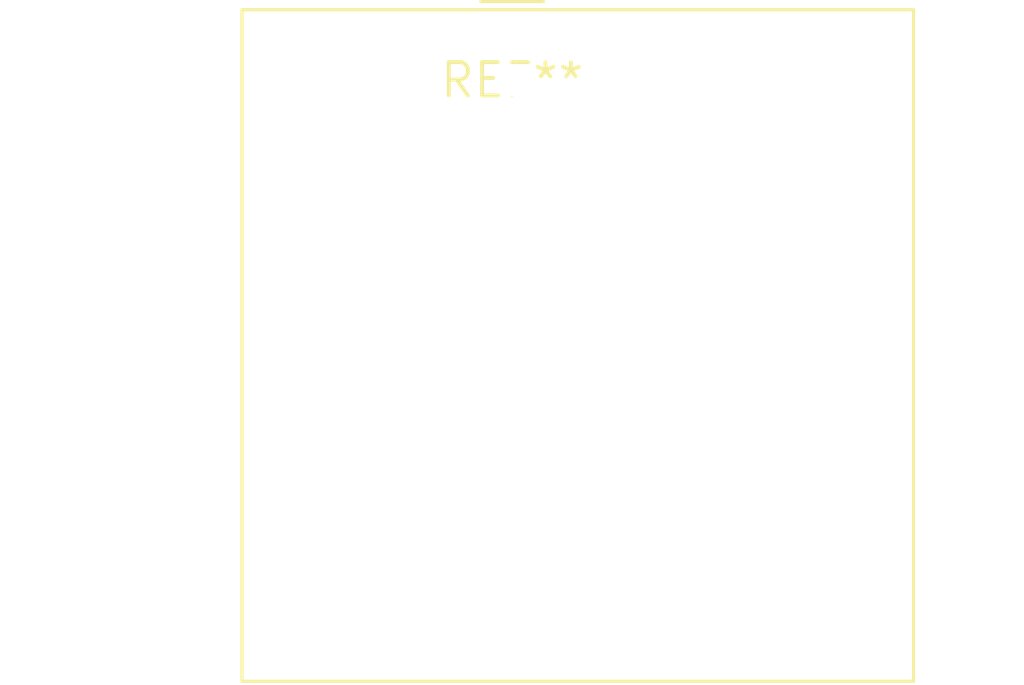
<source format=kicad_pcb>
(kicad_pcb (version 20240108) (generator pcbnew)
  (layers (0 "F.Cu" signal) (31 "B.Cu" signal) (34 "B.Paste" user) (35 "F.Paste" user) (36 "B.SilkS" user "B.Silkscreen") (37 "F.SilkS" user "F.Silkscreen") (38 "B.Mask" user) (39 "F.Mask" user) (44 "Edge.Cuts" user))
  (net 0 "")
  (footprint "Converter_DCDC_TRACO_THN30-xxxx_THT" (layer "F.Cu") (at 0 0)
    (property "Reference" "REF**")
    (property "Value" "Converter_DCDC_TRACO_THN30-xxxx_THT")
    (fp_line (start -10.31 -2.69) (end -10.31 22.93) (layer "F.SilkS") (stroke (width 0.12)))
    (fp_line (start -10.31 -2.69) (end 15.31 -2.69) (layer "F.SilkS") (stroke (width 0.12)))
    (fp_line (start -10.31 22.93) (end 15.31 22.93) (layer "F.SilkS") (stroke (width 0.12)))
    (fp_line (start -1.2 -3) (end 1.2 -3) (layer "F.SilkS") (stroke (width 0.12)))
    (fp_line (start 15.31 22.93) (end 15.31 -2.69) (layer "F.SilkS") (stroke (width 0.12)))
    (pad "1" thru_hole roundrect (at 0 0) (size 2 2) (drill 1.24) (layers *.Cu *.Mask) (remove_unused_layers))
    (pad "2" thru_hole circle (at 5.08 0) (size 2 2) (drill 1.24) (layers *.Cu *.Mask) (remove_unused_layers))
    (pad "3" thru_hole circle (at -7.62 20.32) (size 2 2) (drill 1.24) (layers *.Cu *.Mask) (remove_unused_layers))
    (pad "4" thru_hole circle (at 2.54 20.32) (size 2 2) (drill 1.24) (layers *.Cu *.Mask) (remove_unused_layers))
    (pad "5" thru_hole circle (at 12.7 20.32) (size 2 2) (drill 1.24) (layers *.Cu *.Mask) (remove_unused_layers))
    (pad "6" thru_hole circle (at 12.7 0) (size 2 2) (drill 1.24) (layers *.Cu *.Mask) (remove_unused_layers))
  )
)
</source>
